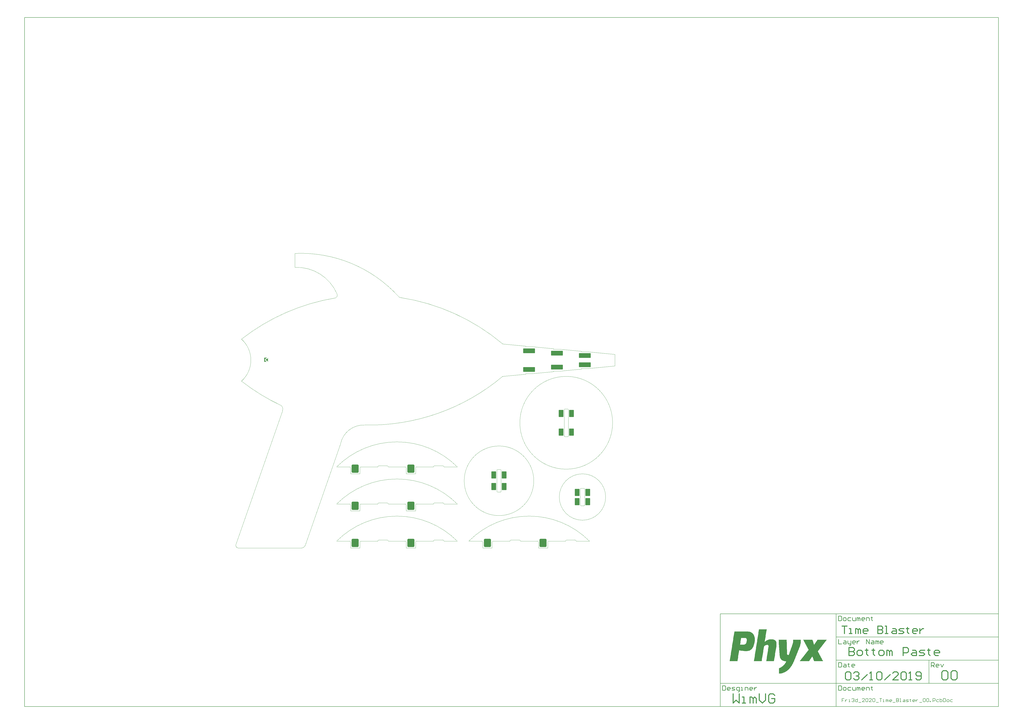
<source format=gbp>
G04*
G04 #@! TF.GenerationSoftware,Altium Limited,Altium Designer,18.1.11 (251)*
G04*
G04 Layer_Color=128*
%FSLAX25Y25*%
%MOIN*%
G70*
G01*
G75*
%ADD10C,0.00984*%
%ADD11C,0.00787*%
%ADD16C,0.01575*%
%ADD17C,0.00197*%
G04:AMPARAMS|DCode=23|XSize=196.85mil|YSize=78.74mil|CornerRadius=3.94mil|HoleSize=0mil|Usage=FLASHONLY|Rotation=0.000|XOffset=0mil|YOffset=0mil|HoleType=Round|Shape=RoundedRectangle|*
%AMROUNDEDRECTD23*
21,1,0.19685,0.07087,0,0,0.0*
21,1,0.18898,0.07874,0,0,0.0*
1,1,0.00787,0.09449,-0.03543*
1,1,0.00787,-0.09449,-0.03543*
1,1,0.00787,-0.09449,0.03543*
1,1,0.00787,0.09449,0.03543*
%
%ADD23ROUNDEDRECTD23*%
G04:AMPARAMS|DCode=25|XSize=137.8mil|YSize=118.11mil|CornerRadius=14.76mil|HoleSize=0mil|Usage=FLASHONLY|Rotation=90.000|XOffset=0mil|YOffset=0mil|HoleType=Round|Shape=RoundedRectangle|*
%AMROUNDEDRECTD25*
21,1,0.13780,0.08858,0,0,90.0*
21,1,0.10827,0.11811,0,0,90.0*
1,1,0.02953,0.04429,0.05413*
1,1,0.02953,0.04429,-0.05413*
1,1,0.02953,-0.04429,-0.05413*
1,1,0.02953,-0.04429,0.05413*
%
%ADD25ROUNDEDRECTD25*%
%ADD107R,0.01575X0.03937*%
%ADD108C,0.01968*%
G04:AMPARAMS|DCode=109|XSize=118.11mil|YSize=78.74mil|CornerRadius=3.94mil|HoleSize=0mil|Usage=FLASHONLY|Rotation=90.000|XOffset=0mil|YOffset=0mil|HoleType=Round|Shape=RoundedRectangle|*
%AMROUNDEDRECTD109*
21,1,0.11811,0.07087,0,0,90.0*
21,1,0.11024,0.07874,0,0,90.0*
1,1,0.00787,0.03543,0.05512*
1,1,0.00787,0.03543,-0.05512*
1,1,0.00787,-0.03543,-0.05512*
1,1,0.00787,-0.03543,0.05512*
%
%ADD109ROUNDEDRECTD109*%
G36*
X56692Y315908D02*
X56241Y315908D01*
X56241Y315914D01*
X56149Y316608D01*
X56146Y316623D01*
X56144Y316638D01*
X56141Y316648D01*
X56139Y316659D01*
X56134Y316673D01*
X56130Y316688D01*
X56126Y316698D01*
X56122Y316708D01*
X56116Y316721D01*
X56109Y316735D01*
X55792Y317359D01*
X55784Y317373D01*
X55777Y317386D01*
X55771Y317395D01*
X55765Y317404D01*
X55756Y317416D01*
X55747Y317428D01*
X55740Y317436D01*
X55734Y317444D01*
X55723Y317455D01*
X55712Y317466D01*
X55205Y317950D01*
X55187Y317965D01*
X55168Y317981D01*
X55167Y317982D01*
X55166Y317983D01*
X55145Y317996D01*
X55125Y318009D01*
X54818Y318180D01*
X54809Y318184D01*
X54800Y318189D01*
X54785Y318195D01*
X54771Y318202D01*
X54761Y318205D01*
X54752Y318209D01*
X54737Y318213D01*
X54722Y318217D01*
X54712Y318219D01*
X54703Y318222D01*
X54687Y318224D01*
X54671Y318227D01*
X54661Y318227D01*
X54651Y318229D01*
X54635Y318229D01*
X54620Y318229D01*
X54610Y318229D01*
X54600Y318229D01*
X54584Y318226D01*
X54568Y318225D01*
X54558Y318223D01*
X54549Y318222D01*
X54264Y318165D01*
X53701Y318305D01*
X53252Y318673D01*
X53004Y319198D01*
X53004Y319778D01*
X53252Y320303D01*
X53701Y320671D01*
X54264Y320812D01*
X54549Y320755D01*
X54550Y320755D01*
X54551Y320754D01*
X54558Y320753D01*
X54566Y320752D01*
X54582Y320750D01*
X54600Y320748D01*
X54601D01*
X54602Y320748D01*
X54610Y320748D01*
X54617Y320747D01*
X54634Y320748D01*
X54651Y320748D01*
X54653Y320748D01*
X54654Y320748D01*
X54661Y320749D01*
X54668Y320749D01*
X54685Y320752D01*
X54703Y320755D01*
X54704Y320755D01*
X54705Y320755D01*
X54712Y320757D01*
X54719Y320758D01*
X54735Y320763D01*
X54752Y320768D01*
X54754Y320768D01*
X54755Y320769D01*
X54762Y320772D01*
X54769Y320774D01*
X54784Y320781D01*
X54800Y320788D01*
X54801Y320788D01*
X54802Y320789D01*
X54809Y320792D01*
X54815Y320795D01*
X55120Y320962D01*
X55140Y320975D01*
X55161Y320988D01*
X55162Y320989D01*
X55163Y320990D01*
X55182Y321006D01*
X55201Y321021D01*
X55704Y321494D01*
X55714Y321505D01*
X55726Y321516D01*
X55732Y321524D01*
X55739Y321532D01*
X55748Y321544D01*
X55758Y321556D01*
X55763Y321565D01*
X55769Y321574D01*
X55777Y321587D01*
X55784Y321601D01*
X56102Y322215D01*
X56108Y322229D01*
X56115Y322242D01*
X56118Y322252D01*
X56123Y322262D01*
X56127Y322276D01*
X56132Y322291D01*
X56134Y322301D01*
X56137Y322311D01*
X56139Y322326D01*
X56142Y322341D01*
X56238Y323026D01*
X56238Y323031D01*
X56692Y323031D01*
Y315908D01*
D02*
G37*
G36*
X54570Y323031D02*
X54515Y322848D01*
X54295Y322526D01*
X53987Y322288D01*
X53827Y322230D01*
X53433Y322144D01*
X53431Y322144D01*
X53429Y322143D01*
X53407Y322137D01*
X53383Y322130D01*
X53382Y322129D01*
X53380Y322129D01*
X53358Y322119D01*
X53336Y322109D01*
X53334Y322108D01*
X53333Y322108D01*
X52576Y321708D01*
X52559Y321697D01*
X52542Y321688D01*
X52537Y321684D01*
X52532Y321681D01*
X52517Y321668D01*
X52501Y321656D01*
X52496Y321652D01*
X52492Y321648D01*
X52478Y321634D01*
X52464Y321620D01*
X51898Y320978D01*
X51885Y320963D01*
X51873Y320947D01*
X51870Y320942D01*
X51866Y320937D01*
X51856Y320920D01*
X51846Y320903D01*
X51843Y320898D01*
X51840Y320893D01*
X51832Y320874D01*
X51824Y320857D01*
X51521Y320056D01*
X51516Y320037D01*
X51509Y320018D01*
X51508Y320012D01*
X51506Y320006D01*
X51503Y319987D01*
X51499Y319968D01*
X51499Y319962D01*
X51498Y319955D01*
X51497Y319936D01*
X51496Y319916D01*
X51496Y319060D01*
X51497Y319041D01*
X51498Y319021D01*
X51499Y319015D01*
X51499Y319009D01*
X51503Y318989D01*
X51506Y318970D01*
X51508Y318964D01*
X51509Y318958D01*
X51516Y318939D01*
X51521Y318920D01*
X51824Y318120D01*
X51832Y318102D01*
X51840Y318084D01*
X51843Y318078D01*
X51846Y318073D01*
X51856Y318056D01*
X51866Y318039D01*
X51870Y318034D01*
X51873Y318029D01*
X51886Y318014D01*
X51898Y317998D01*
X52464Y317356D01*
X52478Y317343D01*
X52492Y317328D01*
X52496Y317324D01*
X52501Y317320D01*
X52517Y317308D01*
X52532Y317296D01*
X52537Y317292D01*
X52542Y317289D01*
X52559Y317279D01*
X52576Y317269D01*
X53333Y316869D01*
X53334Y316868D01*
X53336Y316867D01*
X53358Y316858D01*
X53380Y316848D01*
X53382Y316847D01*
X53383Y316846D01*
X53407Y316840D01*
X53429Y316833D01*
X53431Y316833D01*
X53433Y316832D01*
X53826Y316746D01*
X53987Y316689D01*
X54295Y316451D01*
X54515Y316129D01*
X54570Y315946D01*
X51968Y315946D01*
X50394D01*
Y323031D01*
X51968D01*
X54570Y323031D01*
D02*
G37*
G36*
X1005337Y-155808D02*
X1005050D01*
Y-156094D01*
X1004764D01*
Y-156380D01*
Y-156667D01*
X1004478D01*
Y-156953D01*
X1004192D01*
Y-157239D01*
X1003905D01*
Y-157526D01*
Y-157812D01*
X1003619D01*
Y-158098D01*
X1003333D01*
Y-158385D01*
X1003046D01*
Y-158671D01*
X1002760D01*
Y-158957D01*
Y-159244D01*
X1002474D01*
Y-159530D01*
X1002187D01*
Y-159816D01*
X1001901D01*
Y-160102D01*
Y-160389D01*
X1001615D01*
Y-160675D01*
X1001328D01*
Y-160961D01*
X1001042D01*
Y-161248D01*
X1000756D01*
Y-161534D01*
Y-161820D01*
X1000469D01*
Y-162107D01*
X1000183D01*
Y-162393D01*
X999897D01*
Y-162679D01*
Y-162966D01*
X999611D01*
Y-163252D01*
X999324D01*
Y-163538D01*
X999038D01*
Y-163824D01*
Y-164111D01*
X998752D01*
Y-164397D01*
X998465D01*
Y-164683D01*
X998179D01*
Y-164970D01*
X997893D01*
Y-165256D01*
Y-165542D01*
X997606D01*
Y-165829D01*
X997320D01*
Y-166115D01*
X997034D01*
Y-166401D01*
Y-166688D01*
X996747D01*
Y-166974D01*
X996461D01*
Y-167260D01*
X996175D01*
Y-167547D01*
Y-167833D01*
X995889D01*
Y-168119D01*
X995602D01*
Y-168405D01*
X995316D01*
Y-168692D01*
X995030D01*
Y-168978D01*
Y-169264D01*
X994743D01*
Y-169551D01*
X994457D01*
Y-169837D01*
X994171D01*
Y-170123D01*
Y-170410D01*
X993884D01*
Y-170696D01*
X993598D01*
Y-170982D01*
X993312D01*
Y-171269D01*
Y-171555D01*
X993025D01*
Y-171841D01*
X992739D01*
Y-172127D01*
X992453D01*
Y-172414D01*
X992166D01*
Y-172700D01*
Y-172986D01*
X991880D01*
Y-173273D01*
X991594D01*
Y-173559D01*
X991308D01*
Y-173845D01*
Y-174132D01*
X991021D01*
Y-174418D01*
X990735D01*
Y-174704D01*
X990449D01*
Y-174991D01*
X990162D01*
Y-175277D01*
Y-175563D01*
X990449D01*
Y-175850D01*
Y-176136D01*
X990735D01*
Y-176422D01*
Y-176709D01*
X991021D01*
Y-176995D01*
X991308D01*
Y-177281D01*
Y-177568D01*
X991594D01*
Y-177854D01*
Y-178140D01*
X991880D01*
Y-178426D01*
Y-178713D01*
X992166D01*
Y-178999D01*
Y-179285D01*
X992453D01*
Y-179572D01*
Y-179858D01*
X992739D01*
Y-180144D01*
Y-180431D01*
X993025D01*
Y-180717D01*
Y-181003D01*
X993312D01*
Y-181290D01*
Y-181576D01*
X993598D01*
Y-181862D01*
X993884D01*
Y-182149D01*
Y-182435D01*
X994171D01*
Y-182721D01*
Y-183007D01*
X994457D01*
Y-183294D01*
Y-183580D01*
X994743D01*
Y-183866D01*
Y-184153D01*
X995030D01*
Y-184439D01*
Y-184725D01*
X995316D01*
Y-185012D01*
Y-185298D01*
X995602D01*
Y-185584D01*
Y-185871D01*
X995889D01*
Y-186157D01*
X996175D01*
Y-186443D01*
Y-186730D01*
X996461D01*
Y-187016D01*
Y-187302D01*
X996747D01*
Y-187588D01*
Y-187875D01*
X997034D01*
Y-188161D01*
Y-188447D01*
X997320D01*
Y-188734D01*
Y-189020D01*
X997606D01*
Y-189306D01*
Y-189593D01*
X997893D01*
Y-189879D01*
Y-190165D01*
X998179D01*
Y-190452D01*
X998465D01*
Y-190738D01*
Y-191024D01*
X998752D01*
Y-191311D01*
Y-191597D01*
X999038D01*
Y-191883D01*
X983863D01*
Y-191597D01*
X983577D01*
Y-191311D01*
Y-191024D01*
Y-190738D01*
X983291D01*
Y-190452D01*
Y-190165D01*
Y-189879D01*
X983004D01*
Y-189593D01*
Y-189306D01*
X982718D01*
Y-189020D01*
Y-188734D01*
Y-188447D01*
X982432D01*
Y-188161D01*
Y-187875D01*
Y-187588D01*
X982146D01*
Y-187302D01*
Y-187016D01*
X981859D01*
Y-186730D01*
Y-186443D01*
Y-186157D01*
X981573D01*
Y-185871D01*
Y-185584D01*
Y-185298D01*
X981287D01*
Y-185012D01*
Y-184725D01*
Y-184439D01*
X981000D01*
Y-184153D01*
X980428D01*
Y-184439D01*
Y-184725D01*
X980141D01*
Y-185012D01*
X979855D01*
Y-185298D01*
Y-185584D01*
X979569D01*
Y-185871D01*
X979282D01*
Y-186157D01*
Y-186443D01*
X978996D01*
Y-186730D01*
X978710D01*
Y-187016D01*
Y-187302D01*
X978423D01*
Y-187588D01*
X978137D01*
Y-187875D01*
X977851D01*
Y-188161D01*
Y-188447D01*
X977565D01*
Y-188734D01*
X977278D01*
Y-189020D01*
Y-189306D01*
X976992D01*
Y-189593D01*
X976705D01*
Y-189879D01*
Y-190165D01*
X976419D01*
Y-190452D01*
X976133D01*
Y-190738D01*
Y-191024D01*
X975847D01*
Y-191311D01*
X975560D01*
Y-191597D01*
Y-191883D01*
X959527D01*
Y-191597D01*
X959813D01*
Y-191311D01*
X960099D01*
Y-191024D01*
X960386D01*
Y-190738D01*
X960672D01*
Y-190452D01*
Y-190165D01*
X960958D01*
Y-189879D01*
X961245D01*
Y-189593D01*
X961531D01*
Y-189306D01*
X961817D01*
Y-189020D01*
Y-188734D01*
X962104D01*
Y-188447D01*
X962390D01*
Y-188161D01*
X962676D01*
Y-187875D01*
Y-187588D01*
X962963D01*
Y-187302D01*
X963249D01*
Y-187016D01*
X963535D01*
Y-186730D01*
X963822D01*
Y-186443D01*
Y-186157D01*
X964108D01*
Y-185871D01*
X964394D01*
Y-185584D01*
X964680D01*
Y-185298D01*
X964967D01*
Y-185012D01*
Y-184725D01*
X965253D01*
Y-184439D01*
X965539D01*
Y-184153D01*
X965826D01*
Y-183866D01*
Y-183580D01*
X966112D01*
Y-183294D01*
X966398D01*
Y-183007D01*
X966685D01*
Y-182721D01*
X966971D01*
Y-182435D01*
Y-182149D01*
X967257D01*
Y-181862D01*
X967544D01*
Y-181576D01*
X967830D01*
Y-181290D01*
Y-181003D01*
X968116D01*
Y-180717D01*
X968402D01*
Y-180431D01*
X968689D01*
Y-180144D01*
X968975D01*
Y-179858D01*
Y-179572D01*
X969261D01*
Y-179285D01*
X969548D01*
Y-178999D01*
X969834D01*
Y-178713D01*
Y-178426D01*
X970120D01*
Y-178140D01*
X970407D01*
Y-177854D01*
X970693D01*
Y-177568D01*
X970979D01*
Y-177281D01*
Y-176995D01*
X971266D01*
Y-176709D01*
X971552D01*
Y-176422D01*
X971838D01*
Y-176136D01*
X972124D01*
Y-175850D01*
Y-175563D01*
X972411D01*
Y-175277D01*
X972697D01*
Y-174991D01*
X972983D01*
Y-174704D01*
Y-174418D01*
X973270D01*
Y-174132D01*
X973556D01*
Y-173845D01*
X973842D01*
Y-173559D01*
X974129D01*
Y-173273D01*
Y-172986D01*
X974415D01*
Y-172700D01*
Y-172414D01*
Y-172127D01*
X974129D01*
Y-171841D01*
X973842D01*
Y-171555D01*
Y-171269D01*
X973556D01*
Y-170982D01*
Y-170696D01*
X973270D01*
Y-170410D01*
Y-170123D01*
X972983D01*
Y-169837D01*
Y-169551D01*
X972697D01*
Y-169264D01*
Y-168978D01*
X972411D01*
Y-168692D01*
Y-168405D01*
X972124D01*
Y-168119D01*
X971838D01*
Y-167833D01*
Y-167547D01*
X971552D01*
Y-167260D01*
Y-166974D01*
X971266D01*
Y-166688D01*
Y-166401D01*
X970979D01*
Y-166115D01*
Y-165829D01*
X970693D01*
Y-165542D01*
Y-165256D01*
X970407D01*
Y-164970D01*
Y-164683D01*
X970120D01*
Y-164397D01*
X969834D01*
Y-164111D01*
Y-163824D01*
X969548D01*
Y-163538D01*
Y-163252D01*
X969261D01*
Y-162966D01*
Y-162679D01*
X968975D01*
Y-162393D01*
Y-162107D01*
X968689D01*
Y-161820D01*
Y-161534D01*
X968402D01*
Y-161248D01*
Y-160961D01*
X968116D01*
Y-160675D01*
Y-160389D01*
X967830D01*
Y-160102D01*
X967544D01*
Y-159816D01*
Y-159530D01*
X967257D01*
Y-159244D01*
Y-158957D01*
X966971D01*
Y-158671D01*
Y-158385D01*
X966685D01*
Y-158098D01*
Y-157812D01*
X966398D01*
Y-157526D01*
Y-157239D01*
X966112D01*
Y-156953D01*
Y-156667D01*
X965826D01*
Y-156380D01*
X965539D01*
Y-156094D01*
Y-155808D01*
X965253D01*
Y-155521D01*
X981000D01*
Y-155808D01*
X981287D01*
Y-156094D01*
Y-156380D01*
Y-156667D01*
X981573D01*
Y-156953D01*
Y-157239D01*
Y-157526D01*
X981859D01*
Y-157812D01*
Y-158098D01*
Y-158385D01*
X982146D01*
Y-158671D01*
Y-158957D01*
Y-159244D01*
X982432D01*
Y-159530D01*
Y-159816D01*
Y-160102D01*
X982718D01*
Y-160389D01*
Y-160675D01*
Y-160961D01*
X983004D01*
Y-161248D01*
Y-161534D01*
Y-161820D01*
X983291D01*
Y-162107D01*
Y-162393D01*
Y-162679D01*
X983577D01*
Y-162966D01*
Y-163252D01*
Y-163538D01*
Y-163824D01*
X984150D01*
Y-163538D01*
X984436D01*
Y-163252D01*
X984722D01*
Y-162966D01*
Y-162679D01*
X985009D01*
Y-162393D01*
X985295D01*
Y-162107D01*
Y-161820D01*
X985581D01*
Y-161534D01*
X985868D01*
Y-161248D01*
Y-160961D01*
X986154D01*
Y-160675D01*
X986440D01*
Y-160389D01*
Y-160102D01*
X986726D01*
Y-159816D01*
X987013D01*
Y-159530D01*
Y-159244D01*
X987299D01*
Y-158957D01*
X987585D01*
Y-158671D01*
Y-158385D01*
X987872D01*
Y-158098D01*
X988158D01*
Y-157812D01*
Y-157526D01*
X988444D01*
Y-157239D01*
X988731D01*
Y-156953D01*
Y-156667D01*
X989017D01*
Y-156380D01*
X989303D01*
Y-156094D01*
Y-155808D01*
X989590D01*
Y-155521D01*
X1005337D01*
Y-155808D01*
D02*
G37*
G36*
X872201Y-141778D02*
X873919D01*
Y-142065D01*
X874778D01*
Y-142351D01*
X875637D01*
Y-142637D01*
X876496D01*
Y-142924D01*
X877069D01*
Y-143210D01*
X877355D01*
Y-143496D01*
X877928D01*
Y-143783D01*
X878214D01*
Y-144069D01*
X878786D01*
Y-144355D01*
X879073D01*
Y-144641D01*
X879359D01*
Y-144928D01*
X879646D01*
Y-145214D01*
X879932D01*
Y-145501D01*
X880218D01*
Y-145787D01*
X880504D01*
Y-146073D01*
Y-146359D01*
X880791D01*
Y-146646D01*
X881077D01*
Y-146932D01*
Y-147218D01*
X881363D01*
Y-147505D01*
X881650D01*
Y-147791D01*
Y-148077D01*
X881936D01*
Y-148364D01*
Y-148650D01*
Y-148936D01*
X882222D01*
Y-149223D01*
Y-149509D01*
Y-149795D01*
X882509D01*
Y-150082D01*
Y-150368D01*
Y-150654D01*
Y-150940D01*
X882795D01*
Y-151227D01*
Y-151513D01*
Y-151799D01*
Y-152086D01*
Y-152372D01*
X883081D01*
Y-152658D01*
Y-152945D01*
Y-153231D01*
Y-153517D01*
Y-153804D01*
Y-154090D01*
Y-154376D01*
Y-154663D01*
Y-154949D01*
Y-155235D01*
Y-155521D01*
Y-155808D01*
Y-156094D01*
Y-156380D01*
Y-156667D01*
Y-156953D01*
Y-157239D01*
Y-157526D01*
Y-157812D01*
Y-158098D01*
X882795D01*
Y-158385D01*
Y-158671D01*
Y-158957D01*
Y-159244D01*
Y-159530D01*
Y-159816D01*
Y-160102D01*
X882509D01*
Y-160389D01*
Y-160675D01*
Y-160961D01*
Y-161248D01*
Y-161534D01*
X882222D01*
Y-161820D01*
Y-162107D01*
Y-162393D01*
Y-162679D01*
Y-162966D01*
X881936D01*
Y-163252D01*
Y-163538D01*
Y-163824D01*
X881650D01*
Y-164111D01*
Y-164397D01*
Y-164683D01*
Y-164970D01*
X881363D01*
Y-165256D01*
Y-165542D01*
Y-165829D01*
X881077D01*
Y-166115D01*
Y-166401D01*
X880791D01*
Y-166688D01*
Y-166974D01*
Y-167260D01*
X880504D01*
Y-167547D01*
Y-167833D01*
X880218D01*
Y-168119D01*
Y-168405D01*
X879932D01*
Y-168692D01*
Y-168978D01*
X879646D01*
Y-169264D01*
X879359D01*
Y-169551D01*
Y-169837D01*
X879073D01*
Y-170123D01*
X878786D01*
Y-170410D01*
X878500D01*
Y-170696D01*
Y-170982D01*
X878214D01*
Y-171269D01*
X877928D01*
Y-171555D01*
X877641D01*
Y-171841D01*
X877355D01*
Y-172127D01*
X877069D01*
Y-172414D01*
X876496D01*
Y-172700D01*
X876210D01*
Y-172986D01*
X875637D01*
Y-173273D01*
X875351D01*
Y-173559D01*
X874778D01*
Y-173845D01*
X873919D01*
Y-174132D01*
X873060D01*
Y-174418D01*
X872201D01*
Y-174704D01*
X870483D01*
Y-174991D01*
X865330D01*
Y-174704D01*
X862753D01*
Y-174418D01*
X860749D01*
Y-174132D01*
X859317D01*
Y-173845D01*
X857886D01*
Y-173559D01*
X856454D01*
Y-173845D01*
Y-174132D01*
Y-174418D01*
Y-174704D01*
Y-174991D01*
Y-175277D01*
Y-175563D01*
X856168D01*
Y-175850D01*
Y-176136D01*
Y-176422D01*
Y-176709D01*
Y-176995D01*
Y-177281D01*
X855882D01*
Y-177568D01*
Y-177854D01*
Y-178140D01*
Y-178426D01*
Y-178713D01*
Y-178999D01*
X855595D01*
Y-179285D01*
Y-179572D01*
Y-179858D01*
Y-180144D01*
Y-180431D01*
Y-180717D01*
Y-181003D01*
X855309D01*
Y-181290D01*
Y-181576D01*
Y-181862D01*
Y-182149D01*
Y-182435D01*
Y-182721D01*
X855023D01*
Y-183007D01*
Y-183294D01*
Y-183580D01*
Y-183866D01*
Y-184153D01*
Y-184439D01*
X854736D01*
Y-184725D01*
Y-185012D01*
Y-185298D01*
Y-185584D01*
Y-185871D01*
Y-186157D01*
Y-186443D01*
X854450D01*
Y-186730D01*
Y-187016D01*
Y-187302D01*
Y-187588D01*
Y-187875D01*
Y-188161D01*
X854164D01*
Y-188447D01*
Y-188734D01*
Y-189020D01*
Y-189306D01*
Y-189593D01*
Y-189879D01*
X853877D01*
Y-190165D01*
Y-190452D01*
Y-190738D01*
Y-191024D01*
Y-191311D01*
Y-191597D01*
Y-191883D01*
X840421D01*
Y-191597D01*
X840707D01*
Y-191311D01*
Y-191024D01*
Y-190738D01*
Y-190452D01*
Y-190165D01*
X840993D01*
Y-189879D01*
Y-189593D01*
Y-189306D01*
Y-189020D01*
Y-188734D01*
Y-188447D01*
Y-188161D01*
X841280D01*
Y-187875D01*
Y-187588D01*
Y-187302D01*
Y-187016D01*
Y-186730D01*
Y-186443D01*
X841566D01*
Y-186157D01*
Y-185871D01*
Y-185584D01*
Y-185298D01*
Y-185012D01*
Y-184725D01*
X841852D01*
Y-184439D01*
Y-184153D01*
Y-183866D01*
Y-183580D01*
Y-183294D01*
Y-183007D01*
Y-182721D01*
X842138D01*
Y-182435D01*
Y-182149D01*
Y-181862D01*
Y-181576D01*
Y-181290D01*
Y-181003D01*
X842425D01*
Y-180717D01*
Y-180431D01*
Y-180144D01*
Y-179858D01*
Y-179572D01*
Y-179285D01*
X842711D01*
Y-178999D01*
Y-178713D01*
Y-178426D01*
Y-178140D01*
Y-177854D01*
Y-177568D01*
X842997D01*
Y-177281D01*
Y-176995D01*
Y-176709D01*
Y-176422D01*
Y-176136D01*
Y-175850D01*
Y-175563D01*
X843284D01*
Y-175277D01*
Y-174991D01*
Y-174704D01*
Y-174418D01*
Y-174132D01*
Y-173845D01*
X843570D01*
Y-173559D01*
Y-173273D01*
Y-172986D01*
Y-172700D01*
Y-172414D01*
Y-172127D01*
X843856D01*
Y-171841D01*
Y-171555D01*
Y-171269D01*
Y-170982D01*
Y-170696D01*
Y-170410D01*
X844143D01*
Y-170123D01*
Y-169837D01*
Y-169551D01*
Y-169264D01*
Y-168978D01*
Y-168692D01*
Y-168405D01*
X844429D01*
Y-168119D01*
Y-167833D01*
Y-167547D01*
Y-167260D01*
Y-166974D01*
Y-166688D01*
X844715D01*
Y-166401D01*
Y-166115D01*
Y-165829D01*
Y-165542D01*
Y-165256D01*
Y-164970D01*
X845002D01*
Y-164683D01*
Y-164397D01*
Y-164111D01*
Y-163824D01*
Y-163538D01*
Y-163252D01*
Y-162966D01*
X845288D01*
Y-162679D01*
Y-162393D01*
Y-162107D01*
Y-161820D01*
Y-161534D01*
Y-161248D01*
X845574D01*
Y-160961D01*
Y-160675D01*
Y-160389D01*
Y-160102D01*
Y-159816D01*
Y-159530D01*
X845861D01*
Y-159244D01*
Y-158957D01*
Y-158671D01*
Y-158385D01*
Y-158098D01*
Y-157812D01*
X846147D01*
Y-157526D01*
Y-157239D01*
Y-156953D01*
Y-156667D01*
Y-156380D01*
Y-156094D01*
Y-155808D01*
X846433D01*
Y-155521D01*
Y-155235D01*
Y-154949D01*
Y-154663D01*
Y-154376D01*
Y-154090D01*
X846719D01*
Y-153804D01*
Y-153517D01*
Y-153231D01*
Y-152945D01*
Y-152658D01*
Y-152372D01*
X847006D01*
Y-152086D01*
Y-151799D01*
Y-151513D01*
Y-151227D01*
Y-150940D01*
Y-150654D01*
Y-150368D01*
X847292D01*
Y-150082D01*
Y-149795D01*
Y-149509D01*
Y-149223D01*
Y-148936D01*
Y-148650D01*
X847578D01*
Y-148364D01*
Y-148077D01*
Y-147791D01*
Y-147505D01*
Y-147218D01*
Y-146932D01*
X847865D01*
Y-146646D01*
Y-146359D01*
Y-146073D01*
Y-145787D01*
Y-145501D01*
Y-145214D01*
Y-144928D01*
X848151D01*
Y-144641D01*
Y-144355D01*
Y-144069D01*
Y-143783D01*
Y-143496D01*
Y-143210D01*
X848437D01*
Y-142924D01*
Y-142637D01*
Y-142351D01*
Y-142065D01*
Y-141778D01*
Y-141492D01*
X872201D01*
Y-141778D01*
D02*
G37*
G36*
X961245Y-155808D02*
Y-156094D01*
Y-156380D01*
Y-156667D01*
Y-156953D01*
Y-157239D01*
Y-157526D01*
Y-157812D01*
Y-158098D01*
Y-158385D01*
Y-158671D01*
Y-158957D01*
Y-159244D01*
Y-159530D01*
Y-159816D01*
Y-160102D01*
Y-160389D01*
Y-160675D01*
Y-160961D01*
Y-161248D01*
Y-161534D01*
X960958D01*
Y-161820D01*
Y-162107D01*
Y-162393D01*
Y-162679D01*
Y-162966D01*
X960672D01*
Y-163252D01*
Y-163538D01*
Y-163824D01*
Y-164111D01*
X960386D01*
Y-164397D01*
Y-164683D01*
Y-164970D01*
Y-165256D01*
X960099D01*
Y-165542D01*
Y-165829D01*
Y-166115D01*
X959813D01*
Y-166401D01*
Y-166688D01*
Y-166974D01*
X959527D01*
Y-167260D01*
Y-167547D01*
Y-167833D01*
X959241D01*
Y-168119D01*
Y-168405D01*
Y-168692D01*
X958954D01*
Y-168978D01*
Y-169264D01*
X958668D01*
Y-169551D01*
Y-169837D01*
X958381D01*
Y-170123D01*
Y-170410D01*
Y-170696D01*
X958095D01*
Y-170982D01*
Y-171269D01*
X957809D01*
Y-171555D01*
Y-171841D01*
Y-172127D01*
X957523D01*
Y-172414D01*
Y-172700D01*
X957236D01*
Y-172986D01*
Y-173273D01*
Y-173559D01*
X956950D01*
Y-173845D01*
Y-174132D01*
X956664D01*
Y-174418D01*
Y-174704D01*
Y-174991D01*
X956377D01*
Y-175277D01*
Y-175563D01*
X956091D01*
Y-175850D01*
Y-176136D01*
Y-176422D01*
X955805D01*
Y-176709D01*
Y-176995D01*
X955518D01*
Y-177281D01*
Y-177568D01*
Y-177854D01*
X955232D01*
Y-178140D01*
Y-178426D01*
X954946D01*
Y-178713D01*
Y-178999D01*
Y-179285D01*
X954659D01*
Y-179572D01*
Y-179858D01*
X954373D01*
Y-180144D01*
Y-180431D01*
Y-180717D01*
X954087D01*
Y-181003D01*
Y-181290D01*
X953800D01*
Y-181576D01*
Y-181862D01*
Y-182149D01*
X953514D01*
Y-182435D01*
Y-182721D01*
X953228D01*
Y-183007D01*
Y-183294D01*
Y-183580D01*
X952942D01*
Y-183866D01*
Y-184153D01*
X952655D01*
Y-184439D01*
Y-184725D01*
Y-185012D01*
X952369D01*
Y-185298D01*
Y-185584D01*
X952083D01*
Y-185871D01*
Y-186157D01*
Y-186443D01*
X951796D01*
Y-186730D01*
Y-187016D01*
X951510D01*
Y-187302D01*
Y-187588D01*
Y-187875D01*
X951224D01*
Y-188161D01*
Y-188447D01*
X950937D01*
Y-188734D01*
Y-189020D01*
Y-189306D01*
X950651D01*
Y-189593D01*
Y-189879D01*
X950365D01*
Y-190165D01*
Y-190452D01*
Y-190738D01*
X950078D01*
Y-191024D01*
Y-191311D01*
X949792D01*
Y-191597D01*
Y-191883D01*
Y-192169D01*
X949506D01*
Y-192456D01*
Y-192742D01*
X949220D01*
Y-193028D01*
Y-193315D01*
X948933D01*
Y-193601D01*
Y-193887D01*
X948647D01*
Y-194174D01*
Y-194460D01*
Y-194746D01*
X948361D01*
Y-195033D01*
X948074D01*
Y-195319D01*
Y-195605D01*
Y-195891D01*
X947788D01*
Y-196178D01*
X947502D01*
Y-196464D01*
Y-196750D01*
X947215D01*
Y-197037D01*
Y-197323D01*
X946929D01*
Y-197609D01*
Y-197896D01*
X946643D01*
Y-198182D01*
Y-198468D01*
X946356D01*
Y-198755D01*
X946070D01*
Y-199041D01*
Y-199327D01*
X945784D01*
Y-199614D01*
Y-199900D01*
X945497D01*
Y-200186D01*
X945211D01*
Y-200472D01*
X944925D01*
Y-200759D01*
Y-201045D01*
X944639D01*
Y-201331D01*
X944352D01*
Y-201618D01*
Y-201904D01*
X944066D01*
Y-202190D01*
X943780D01*
Y-202477D01*
X943493D01*
Y-202763D01*
Y-203049D01*
X943207D01*
Y-203336D01*
X942921D01*
Y-203622D01*
X942634D01*
Y-203908D01*
X942348D01*
Y-204195D01*
X942062D01*
Y-204481D01*
Y-204767D01*
X941775D01*
Y-205053D01*
X941489D01*
Y-205340D01*
X941203D01*
Y-205626D01*
X940916D01*
Y-205912D01*
X940630D01*
Y-206199D01*
X940344D01*
Y-206485D01*
X940057D01*
Y-206771D01*
X939485D01*
Y-207058D01*
X939199D01*
Y-207344D01*
X938912D01*
Y-207630D01*
X938626D01*
Y-207917D01*
X938340D01*
Y-208203D01*
X937767D01*
Y-208489D01*
X937481D01*
Y-208776D01*
X936908D01*
Y-209062D01*
X936622D01*
Y-209348D01*
X936049D01*
Y-209634D01*
X935763D01*
Y-209921D01*
X935190D01*
Y-210207D01*
X934618D01*
Y-210493D01*
X934045D01*
Y-210780D01*
X933472D01*
Y-211066D01*
X932900D01*
Y-211352D01*
X932041D01*
Y-211639D01*
X931468D01*
Y-211925D01*
X930609D01*
Y-212211D01*
X929464D01*
Y-212498D01*
X928319D01*
Y-212784D01*
X926601D01*
Y-213070D01*
X924597D01*
Y-213357D01*
X924310D01*
Y-213070D01*
Y-212784D01*
Y-212498D01*
Y-212211D01*
Y-211925D01*
Y-211639D01*
Y-211352D01*
Y-211066D01*
Y-210780D01*
Y-210493D01*
Y-210207D01*
Y-209921D01*
Y-209634D01*
Y-209348D01*
Y-209062D01*
Y-208776D01*
Y-208489D01*
Y-208203D01*
Y-207917D01*
Y-207630D01*
Y-207344D01*
Y-207058D01*
Y-206771D01*
Y-206485D01*
Y-206199D01*
Y-205912D01*
Y-205626D01*
Y-205340D01*
Y-205053D01*
Y-204767D01*
Y-204481D01*
Y-204195D01*
Y-203908D01*
X924883D01*
Y-203622D01*
X925455D01*
Y-203336D01*
X926028D01*
Y-203049D01*
X926601D01*
Y-202763D01*
X927173D01*
Y-202477D01*
X927746D01*
Y-202190D01*
X928032D01*
Y-201904D01*
X928605D01*
Y-201618D01*
X928891D01*
Y-201331D01*
X929464D01*
Y-201045D01*
X929750D01*
Y-200759D01*
X930037D01*
Y-200472D01*
X930609D01*
Y-200186D01*
X930896D01*
Y-199900D01*
X931182D01*
Y-199614D01*
X931468D01*
Y-199327D01*
X931754D01*
Y-199041D01*
X932041D01*
Y-198755D01*
X932327D01*
Y-198468D01*
X932613D01*
Y-198182D01*
X932900D01*
Y-197896D01*
X933186D01*
Y-197609D01*
X933472D01*
Y-197323D01*
X933759D01*
Y-197037D01*
Y-196750D01*
X934045D01*
Y-196464D01*
X934331D01*
Y-196178D01*
X934618D01*
Y-195891D01*
Y-195605D01*
X934904D01*
Y-195319D01*
X935190D01*
Y-195033D01*
Y-194746D01*
X935476D01*
Y-194460D01*
Y-194174D01*
X935763D01*
Y-193887D01*
X936049D01*
Y-193601D01*
Y-193315D01*
X936335D01*
Y-193028D01*
Y-192742D01*
X936622D01*
Y-192456D01*
Y-192169D01*
X934904D01*
Y-191883D01*
X932900D01*
Y-191597D01*
X931754D01*
Y-191311D01*
X931182D01*
Y-191024D01*
X930323D01*
Y-190738D01*
X929750D01*
Y-190452D01*
X929464D01*
Y-190165D01*
X928891D01*
Y-189879D01*
X928605D01*
Y-189593D01*
X928319D01*
Y-189306D01*
X928032D01*
Y-189020D01*
X927746D01*
Y-188734D01*
X927460D01*
Y-188447D01*
Y-188161D01*
X927173D01*
Y-187875D01*
X926887D01*
Y-187588D01*
Y-187302D01*
X926601D01*
Y-187016D01*
Y-186730D01*
X926315D01*
Y-186443D01*
Y-186157D01*
X926028D01*
Y-185871D01*
Y-185584D01*
Y-185298D01*
X925742D01*
Y-185012D01*
Y-184725D01*
Y-184439D01*
Y-184153D01*
X925455D01*
Y-183866D01*
Y-183580D01*
Y-183294D01*
Y-183007D01*
Y-182721D01*
Y-182435D01*
Y-182149D01*
X925169D01*
Y-181862D01*
Y-181576D01*
Y-181290D01*
Y-181003D01*
Y-180717D01*
Y-180431D01*
Y-180144D01*
Y-179858D01*
Y-179572D01*
Y-179285D01*
Y-178999D01*
Y-178713D01*
Y-178426D01*
Y-178140D01*
Y-177854D01*
X924883D01*
Y-177568D01*
Y-177281D01*
Y-176995D01*
Y-176709D01*
Y-176422D01*
Y-176136D01*
Y-175850D01*
Y-175563D01*
Y-175277D01*
Y-174991D01*
Y-174704D01*
Y-174418D01*
Y-174132D01*
Y-173845D01*
Y-173559D01*
X924597D01*
Y-173273D01*
Y-172986D01*
Y-172700D01*
Y-172414D01*
Y-172127D01*
Y-171841D01*
Y-171555D01*
Y-171269D01*
Y-170982D01*
Y-170696D01*
Y-170410D01*
Y-170123D01*
Y-169837D01*
Y-169551D01*
Y-169264D01*
Y-168978D01*
X924310D01*
Y-168692D01*
Y-168405D01*
Y-168119D01*
Y-167833D01*
Y-167547D01*
Y-167260D01*
Y-166974D01*
Y-166688D01*
Y-166401D01*
Y-166115D01*
Y-165829D01*
Y-165542D01*
Y-165256D01*
Y-164970D01*
Y-164683D01*
Y-164397D01*
X924024D01*
Y-164111D01*
Y-163824D01*
Y-163538D01*
Y-163252D01*
Y-162966D01*
Y-162679D01*
Y-162393D01*
Y-162107D01*
Y-161820D01*
Y-161534D01*
Y-161248D01*
Y-160961D01*
Y-160675D01*
Y-160389D01*
X923738D01*
Y-160102D01*
Y-159816D01*
Y-159530D01*
Y-159244D01*
Y-158957D01*
Y-158671D01*
Y-158385D01*
Y-158098D01*
Y-157812D01*
Y-157526D01*
Y-157239D01*
Y-156953D01*
Y-156667D01*
Y-156380D01*
Y-156094D01*
Y-155808D01*
X923451D01*
Y-155521D01*
X937194D01*
Y-155808D01*
Y-156094D01*
Y-156380D01*
Y-156667D01*
Y-156953D01*
Y-157239D01*
Y-157526D01*
Y-157812D01*
Y-158098D01*
Y-158385D01*
Y-158671D01*
Y-158957D01*
Y-159244D01*
Y-159530D01*
X937481D01*
Y-159816D01*
Y-160102D01*
Y-160389D01*
Y-160675D01*
Y-160961D01*
Y-161248D01*
Y-161534D01*
Y-161820D01*
Y-162107D01*
Y-162393D01*
Y-162679D01*
Y-162966D01*
Y-163252D01*
Y-163538D01*
Y-163824D01*
Y-164111D01*
Y-164397D01*
Y-164683D01*
Y-164970D01*
Y-165256D01*
Y-165542D01*
Y-165829D01*
Y-166115D01*
Y-166401D01*
Y-166688D01*
Y-166974D01*
Y-167260D01*
Y-167547D01*
Y-167833D01*
Y-168119D01*
Y-168405D01*
Y-168692D01*
Y-168978D01*
Y-169264D01*
Y-169551D01*
Y-169837D01*
Y-170123D01*
Y-170410D01*
Y-170696D01*
Y-170982D01*
Y-171269D01*
X937767D01*
Y-171555D01*
X937481D01*
Y-171841D01*
Y-172127D01*
X937767D01*
Y-172414D01*
Y-172700D01*
Y-172986D01*
Y-173273D01*
Y-173559D01*
Y-173845D01*
Y-174132D01*
Y-174418D01*
Y-174704D01*
Y-174991D01*
Y-175277D01*
Y-175563D01*
Y-175850D01*
Y-176136D01*
Y-176422D01*
Y-176709D01*
Y-176995D01*
Y-177281D01*
Y-177568D01*
Y-177854D01*
Y-178140D01*
Y-178426D01*
Y-178713D01*
Y-178999D01*
Y-179285D01*
Y-179572D01*
X938053D01*
Y-179858D01*
Y-180144D01*
Y-180431D01*
X938340D01*
Y-180717D01*
X938626D01*
Y-181003D01*
X938912D01*
Y-181290D01*
X939771D01*
Y-181576D01*
X940630D01*
Y-181290D01*
X940916D01*
Y-181003D01*
Y-180717D01*
Y-180431D01*
X941203D01*
Y-180144D01*
Y-179858D01*
X941489D01*
Y-179572D01*
Y-179285D01*
Y-178999D01*
X941775D01*
Y-178713D01*
Y-178426D01*
Y-178140D01*
X942062D01*
Y-177854D01*
Y-177568D01*
Y-177281D01*
X942348D01*
Y-176995D01*
Y-176709D01*
Y-176422D01*
X942634D01*
Y-176136D01*
Y-175850D01*
X942921D01*
Y-175563D01*
Y-175277D01*
Y-174991D01*
X943207D01*
Y-174704D01*
Y-174418D01*
Y-174132D01*
X943493D01*
Y-173845D01*
Y-173559D01*
Y-173273D01*
X943780D01*
Y-172986D01*
Y-172700D01*
X944066D01*
Y-172414D01*
Y-172127D01*
Y-171841D01*
X944352D01*
Y-171555D01*
Y-171269D01*
Y-170982D01*
X944639D01*
Y-170696D01*
Y-170410D01*
Y-170123D01*
X944925D01*
Y-169837D01*
Y-169551D01*
X945211D01*
Y-169264D01*
Y-168978D01*
Y-168692D01*
X945497D01*
Y-168405D01*
Y-168119D01*
Y-167833D01*
X945784D01*
Y-167547D01*
Y-167260D01*
Y-166974D01*
X946070D01*
Y-166688D01*
Y-166401D01*
X946356D01*
Y-166115D01*
Y-165829D01*
Y-165542D01*
X946643D01*
Y-165256D01*
Y-164970D01*
Y-164683D01*
X946929D01*
Y-164397D01*
Y-164111D01*
Y-163824D01*
X947215D01*
Y-163538D01*
Y-163252D01*
Y-162966D01*
Y-162679D01*
X947502D01*
Y-162393D01*
Y-162107D01*
Y-161820D01*
Y-161534D01*
X947788D01*
Y-161248D01*
Y-160961D01*
Y-160675D01*
Y-160389D01*
Y-160102D01*
X948074D01*
Y-159816D01*
Y-159530D01*
Y-159244D01*
Y-158957D01*
Y-158671D01*
Y-158385D01*
X948361D01*
Y-158098D01*
Y-157812D01*
Y-157526D01*
Y-157239D01*
Y-156953D01*
Y-156667D01*
Y-156380D01*
Y-156094D01*
Y-155808D01*
Y-155521D01*
X961245D01*
Y-155808D01*
D02*
G37*
G36*
X903409Y-138343D02*
Y-138629D01*
X903123D01*
Y-138915D01*
Y-139202D01*
Y-139488D01*
Y-139774D01*
Y-140060D01*
Y-140347D01*
X902837D01*
Y-140633D01*
Y-140919D01*
Y-141206D01*
Y-141492D01*
Y-141778D01*
Y-142065D01*
X902551D01*
Y-142351D01*
Y-142637D01*
Y-142924D01*
Y-143210D01*
Y-143496D01*
Y-143783D01*
Y-144069D01*
X902264D01*
Y-144355D01*
Y-144641D01*
Y-144928D01*
Y-145214D01*
Y-145501D01*
Y-145787D01*
X901978D01*
Y-146073D01*
Y-146359D01*
Y-146646D01*
Y-146932D01*
Y-147218D01*
Y-147505D01*
X901692D01*
Y-147791D01*
Y-148077D01*
Y-148364D01*
Y-148650D01*
Y-148936D01*
Y-149223D01*
Y-149509D01*
X901405D01*
Y-149795D01*
Y-150082D01*
Y-150368D01*
Y-150654D01*
Y-150940D01*
Y-151227D01*
X901119D01*
Y-151513D01*
Y-151799D01*
Y-152086D01*
Y-152372D01*
Y-152658D01*
Y-152945D01*
X900833D01*
Y-153231D01*
Y-153517D01*
Y-153804D01*
Y-154090D01*
Y-154376D01*
Y-154663D01*
X900546D01*
Y-154949D01*
Y-155235D01*
Y-155521D01*
Y-155808D01*
Y-156094D01*
Y-156380D01*
Y-156667D01*
X900260D01*
Y-156953D01*
Y-157239D01*
Y-157526D01*
Y-157812D01*
Y-158098D01*
Y-158385D01*
X899974D01*
Y-158671D01*
Y-158957D01*
X900546D01*
Y-158671D01*
X900833D01*
Y-158385D01*
X901119D01*
Y-158098D01*
X901692D01*
Y-157812D01*
X901978D01*
Y-157526D01*
X902264D01*
Y-157239D01*
X902837D01*
Y-156953D01*
X903409D01*
Y-156667D01*
X903696D01*
Y-156380D01*
X904268D01*
Y-156094D01*
X905127D01*
Y-155808D01*
X905700D01*
Y-155521D01*
X906559D01*
Y-155235D01*
X907990D01*
Y-154949D01*
X914289D01*
Y-155235D01*
X915435D01*
Y-155521D01*
X916294D01*
Y-155808D01*
X916866D01*
Y-156094D01*
X917153D01*
Y-156380D01*
X917725D01*
Y-156667D01*
X918011D01*
Y-156953D01*
X918298D01*
Y-157239D01*
X918584D01*
Y-157526D01*
X918870D01*
Y-157812D01*
Y-158098D01*
X919157D01*
Y-158385D01*
Y-158671D01*
X919443D01*
Y-158957D01*
Y-159244D01*
Y-159530D01*
X919729D01*
Y-159816D01*
Y-160102D01*
Y-160389D01*
Y-160675D01*
X920016D01*
Y-160961D01*
Y-161248D01*
Y-161534D01*
Y-161820D01*
Y-162107D01*
Y-162393D01*
Y-162679D01*
Y-162966D01*
Y-163252D01*
Y-163538D01*
Y-163824D01*
Y-164111D01*
Y-164397D01*
Y-164683D01*
Y-164970D01*
Y-165256D01*
Y-165542D01*
Y-165829D01*
X919729D01*
Y-166115D01*
Y-166401D01*
Y-166688D01*
Y-166974D01*
Y-167260D01*
Y-167547D01*
Y-167833D01*
X919443D01*
Y-168119D01*
Y-168405D01*
Y-168692D01*
Y-168978D01*
Y-169264D01*
Y-169551D01*
Y-169837D01*
X919157D01*
Y-170123D01*
Y-170410D01*
Y-170696D01*
Y-170982D01*
Y-171269D01*
Y-171555D01*
X918870D01*
Y-171841D01*
Y-172127D01*
Y-172414D01*
Y-172700D01*
Y-172986D01*
Y-173273D01*
X918584D01*
Y-173559D01*
Y-173845D01*
Y-174132D01*
Y-174418D01*
Y-174704D01*
Y-174991D01*
X918298D01*
Y-175277D01*
Y-175563D01*
Y-175850D01*
Y-176136D01*
Y-176422D01*
Y-176709D01*
Y-176995D01*
X918011D01*
Y-177281D01*
Y-177568D01*
Y-177854D01*
Y-178140D01*
Y-178426D01*
Y-178713D01*
X917725D01*
Y-178999D01*
Y-179285D01*
Y-179572D01*
Y-179858D01*
Y-180144D01*
Y-180431D01*
X917439D01*
Y-180717D01*
Y-181003D01*
Y-181290D01*
Y-181576D01*
Y-181862D01*
Y-182149D01*
Y-182435D01*
X917153D01*
Y-182721D01*
Y-183007D01*
Y-183294D01*
Y-183580D01*
Y-183866D01*
Y-184153D01*
X916866D01*
Y-184439D01*
Y-184725D01*
Y-185012D01*
Y-185298D01*
Y-185584D01*
Y-185871D01*
X916580D01*
Y-186157D01*
Y-186443D01*
Y-186730D01*
Y-187016D01*
Y-187302D01*
Y-187588D01*
X916294D01*
Y-187875D01*
Y-188161D01*
Y-188447D01*
Y-188734D01*
Y-189020D01*
Y-189306D01*
Y-189593D01*
X916007D01*
Y-189879D01*
Y-190165D01*
Y-190452D01*
Y-190738D01*
Y-191024D01*
Y-191311D01*
X915721D01*
Y-191597D01*
Y-191883D01*
X902551D01*
Y-191597D01*
Y-191311D01*
X902837D01*
Y-191024D01*
Y-190738D01*
Y-190452D01*
Y-190165D01*
Y-189879D01*
Y-189593D01*
X903123D01*
Y-189306D01*
Y-189020D01*
Y-188734D01*
Y-188447D01*
Y-188161D01*
Y-187875D01*
Y-187588D01*
X903409D01*
Y-187302D01*
Y-187016D01*
Y-186730D01*
Y-186443D01*
Y-186157D01*
Y-185871D01*
X903696D01*
Y-185584D01*
Y-185298D01*
Y-185012D01*
Y-184725D01*
Y-184439D01*
Y-184153D01*
X903982D01*
Y-183866D01*
Y-183580D01*
Y-183294D01*
Y-183007D01*
Y-182721D01*
Y-182435D01*
Y-182149D01*
X904268D01*
Y-181862D01*
Y-181576D01*
Y-181290D01*
Y-181003D01*
Y-180717D01*
Y-180431D01*
X904555D01*
Y-180144D01*
Y-179858D01*
Y-179572D01*
Y-179285D01*
Y-178999D01*
Y-178713D01*
Y-178426D01*
X904841D01*
Y-178140D01*
Y-177854D01*
Y-177568D01*
Y-177281D01*
Y-176995D01*
Y-176709D01*
X905127D01*
Y-176422D01*
Y-176136D01*
Y-175850D01*
Y-175563D01*
Y-175277D01*
Y-174991D01*
X905414D01*
Y-174704D01*
Y-174418D01*
Y-174132D01*
Y-173845D01*
Y-173559D01*
Y-173273D01*
X905700D01*
Y-172986D01*
Y-172700D01*
Y-172414D01*
Y-172127D01*
Y-171841D01*
Y-171555D01*
Y-171269D01*
X905986D01*
Y-170982D01*
Y-170696D01*
Y-170410D01*
Y-170123D01*
Y-169837D01*
Y-169551D01*
X906273D01*
Y-169264D01*
Y-168978D01*
Y-168692D01*
Y-168405D01*
Y-168119D01*
Y-167833D01*
Y-167547D01*
X906559D01*
Y-167260D01*
Y-166974D01*
Y-166688D01*
Y-166401D01*
Y-166115D01*
Y-165829D01*
X906273D01*
Y-165542D01*
Y-165256D01*
X905986D01*
Y-164970D01*
X905700D01*
Y-164683D01*
X905127D01*
Y-164397D01*
X903409D01*
Y-164683D01*
X901978D01*
Y-164970D01*
X901119D01*
Y-165256D01*
X900546D01*
Y-165542D01*
X900260D01*
Y-165829D01*
X899687D01*
Y-166115D01*
X899401D01*
Y-166401D01*
X899115D01*
Y-166688D01*
Y-166974D01*
X898828D01*
Y-167260D01*
Y-167547D01*
Y-167833D01*
X898542D01*
Y-168119D01*
Y-168405D01*
Y-168692D01*
Y-168978D01*
Y-169264D01*
Y-169551D01*
X898256D01*
Y-169837D01*
Y-170123D01*
Y-170410D01*
Y-170696D01*
Y-170982D01*
Y-171269D01*
Y-171555D01*
X897970D01*
Y-171841D01*
Y-172127D01*
Y-172414D01*
Y-172700D01*
Y-172986D01*
Y-173273D01*
X897683D01*
Y-173559D01*
Y-173845D01*
Y-174132D01*
Y-174418D01*
Y-174704D01*
Y-174991D01*
X897397D01*
Y-175277D01*
Y-175563D01*
Y-175850D01*
Y-176136D01*
Y-176422D01*
Y-176709D01*
X897111D01*
Y-176995D01*
Y-177281D01*
Y-177568D01*
Y-177854D01*
Y-178140D01*
Y-178426D01*
Y-178713D01*
X896824D01*
Y-178999D01*
Y-179285D01*
Y-179572D01*
Y-179858D01*
Y-180144D01*
Y-180431D01*
X896538D01*
Y-180717D01*
Y-181003D01*
Y-181290D01*
Y-181576D01*
Y-181862D01*
Y-182149D01*
X896252D01*
Y-182435D01*
Y-182721D01*
Y-183007D01*
Y-183294D01*
Y-183580D01*
Y-183866D01*
Y-184153D01*
X895965D01*
Y-184439D01*
Y-184725D01*
Y-185012D01*
Y-185298D01*
Y-185584D01*
Y-185871D01*
X895679D01*
Y-186157D01*
Y-186443D01*
Y-186730D01*
Y-187016D01*
Y-187302D01*
Y-187588D01*
X895393D01*
Y-187875D01*
Y-188161D01*
Y-188447D01*
Y-188734D01*
Y-189020D01*
Y-189306D01*
X895106D01*
Y-189593D01*
Y-189879D01*
Y-190165D01*
Y-190452D01*
Y-190738D01*
Y-191024D01*
Y-191311D01*
X894820D01*
Y-191597D01*
Y-191883D01*
X881650D01*
Y-191597D01*
Y-191311D01*
X881936D01*
Y-191024D01*
Y-190738D01*
Y-190452D01*
Y-190165D01*
Y-189879D01*
Y-189593D01*
Y-189306D01*
X882222D01*
Y-189020D01*
Y-188734D01*
Y-188447D01*
Y-188161D01*
Y-187875D01*
Y-187588D01*
X882509D01*
Y-187302D01*
Y-187016D01*
Y-186730D01*
Y-186443D01*
Y-186157D01*
Y-185871D01*
X882795D01*
Y-185584D01*
Y-185298D01*
Y-185012D01*
Y-184725D01*
Y-184439D01*
Y-184153D01*
Y-183866D01*
X883081D01*
Y-183580D01*
Y-183294D01*
Y-183007D01*
Y-182721D01*
Y-182435D01*
Y-182149D01*
X883368D01*
Y-181862D01*
Y-181576D01*
Y-181290D01*
Y-181003D01*
Y-180717D01*
Y-180431D01*
X883654D01*
Y-180144D01*
Y-179858D01*
Y-179572D01*
Y-179285D01*
Y-178999D01*
Y-178713D01*
X883940D01*
Y-178426D01*
Y-178140D01*
Y-177854D01*
Y-177568D01*
Y-177281D01*
Y-176995D01*
Y-176709D01*
X884227D01*
Y-176422D01*
Y-176136D01*
Y-175850D01*
Y-175563D01*
Y-175277D01*
Y-174991D01*
X884513D01*
Y-174704D01*
Y-174418D01*
Y-174132D01*
Y-173845D01*
Y-173559D01*
Y-173273D01*
X884799D01*
Y-172986D01*
Y-172700D01*
Y-172414D01*
Y-172127D01*
Y-171841D01*
Y-171555D01*
Y-171269D01*
X885085D01*
Y-170982D01*
Y-170696D01*
Y-170410D01*
Y-170123D01*
Y-169837D01*
Y-169551D01*
X885372D01*
Y-169264D01*
Y-168978D01*
Y-168692D01*
Y-168405D01*
Y-168119D01*
Y-167833D01*
X885658D01*
Y-167547D01*
Y-167260D01*
Y-166974D01*
Y-166688D01*
Y-166401D01*
Y-166115D01*
X885944D01*
Y-165829D01*
Y-165542D01*
Y-165256D01*
Y-164970D01*
Y-164683D01*
Y-164397D01*
Y-164111D01*
X886231D01*
Y-163824D01*
Y-163538D01*
Y-163252D01*
Y-162966D01*
Y-162679D01*
Y-162393D01*
X886517D01*
Y-162107D01*
Y-161820D01*
Y-161534D01*
Y-161248D01*
Y-160961D01*
Y-160675D01*
X886803D01*
Y-160389D01*
Y-160102D01*
Y-159816D01*
Y-159530D01*
Y-159244D01*
Y-158957D01*
X887090D01*
Y-158671D01*
Y-158385D01*
Y-158098D01*
Y-157812D01*
Y-157526D01*
Y-157239D01*
Y-156953D01*
X887376D01*
Y-156667D01*
Y-156380D01*
Y-156094D01*
Y-155808D01*
Y-155521D01*
Y-155235D01*
X887662D01*
Y-154949D01*
Y-154663D01*
Y-154376D01*
Y-154090D01*
Y-153804D01*
Y-153517D01*
X887949D01*
Y-153231D01*
Y-152945D01*
Y-152658D01*
Y-152372D01*
Y-152086D01*
Y-151799D01*
Y-151513D01*
X888235D01*
Y-151227D01*
Y-150940D01*
Y-150654D01*
Y-150368D01*
Y-150082D01*
Y-149795D01*
X888521D01*
Y-149509D01*
Y-149223D01*
Y-148936D01*
Y-148650D01*
Y-148364D01*
Y-148077D01*
X888807D01*
Y-147791D01*
Y-147505D01*
Y-147218D01*
Y-146932D01*
Y-146646D01*
Y-146359D01*
X889094D01*
Y-146073D01*
Y-145787D01*
Y-145501D01*
Y-145214D01*
Y-144928D01*
Y-144641D01*
Y-144355D01*
X889380D01*
Y-144069D01*
Y-143783D01*
Y-143496D01*
Y-143210D01*
Y-142924D01*
Y-142637D01*
X889666D01*
Y-142351D01*
Y-142065D01*
Y-141778D01*
Y-141492D01*
Y-141206D01*
Y-140919D01*
X889953D01*
Y-140633D01*
Y-140347D01*
Y-140060D01*
Y-139774D01*
Y-139488D01*
Y-139202D01*
Y-138915D01*
X890239D01*
Y-138629D01*
Y-138343D01*
Y-138056D01*
X903409D01*
Y-138343D01*
D02*
G37*
%LPC*%
G36*
X867907Y-152658D02*
X859890D01*
Y-152945D01*
Y-153231D01*
Y-153517D01*
Y-153804D01*
Y-154090D01*
X859604D01*
Y-154376D01*
Y-154663D01*
Y-154949D01*
Y-155235D01*
Y-155521D01*
Y-155808D01*
X859317D01*
Y-156094D01*
Y-156380D01*
Y-156667D01*
Y-156953D01*
Y-157239D01*
Y-157526D01*
X859031D01*
Y-157812D01*
Y-158098D01*
Y-158385D01*
Y-158671D01*
Y-158957D01*
Y-159244D01*
X858745D01*
Y-159530D01*
Y-159816D01*
Y-160102D01*
Y-160389D01*
Y-160675D01*
Y-160961D01*
Y-161248D01*
X858458D01*
Y-161534D01*
Y-161820D01*
Y-162107D01*
Y-162393D01*
Y-162679D01*
Y-162966D01*
X858172D01*
Y-163252D01*
Y-163538D01*
Y-163824D01*
X865330D01*
Y-163538D01*
X866475D01*
Y-163252D01*
X867048D01*
Y-162966D01*
X867334D01*
Y-162679D01*
X867620D01*
Y-162393D01*
X867907D01*
Y-162107D01*
X868193D01*
Y-161820D01*
Y-161534D01*
X868479D01*
Y-161248D01*
Y-160961D01*
X868766D01*
Y-160675D01*
Y-160389D01*
X869052D01*
Y-160102D01*
Y-159816D01*
Y-159530D01*
Y-159244D01*
X869338D01*
Y-158957D01*
Y-158671D01*
Y-158385D01*
Y-158098D01*
Y-157812D01*
X869625D01*
Y-157526D01*
Y-157239D01*
Y-156953D01*
Y-156667D01*
Y-156380D01*
Y-156094D01*
Y-155808D01*
Y-155521D01*
Y-155235D01*
Y-154949D01*
Y-154663D01*
X869338D01*
Y-154376D01*
Y-154090D01*
X869052D01*
Y-153804D01*
Y-153517D01*
X868766D01*
Y-153231D01*
X868479D01*
Y-152945D01*
X867907D01*
Y-152658D01*
D02*
G37*
%LPD*%
D10*
X1182685Y-202012D02*
Y-194141D01*
X1186621D01*
X1187932Y-195452D01*
Y-198076D01*
X1186621Y-199388D01*
X1182685D01*
X1185308D02*
X1187932Y-202012D01*
X1194492D02*
X1191868D01*
X1190556Y-200700D01*
Y-198076D01*
X1191868Y-196764D01*
X1194492D01*
X1195804Y-198076D01*
Y-199388D01*
X1190556D01*
X1198428Y-196764D02*
X1201052Y-202012D01*
X1203675Y-196764D01*
X828354Y-233511D02*
Y-241382D01*
X832290D01*
X833602Y-240070D01*
Y-234823D01*
X832290Y-233511D01*
X828354D01*
X840161Y-241382D02*
X837537D01*
X836226Y-240070D01*
Y-237446D01*
X837537Y-236134D01*
X840161D01*
X841473Y-237446D01*
Y-238758D01*
X836226D01*
X844097Y-241382D02*
X848033D01*
X849345Y-240070D01*
X848033Y-238758D01*
X845409D01*
X844097Y-237446D01*
X845409Y-236134D01*
X849345D01*
X854592Y-244006D02*
X855904D01*
X857216Y-242694D01*
Y-236134D01*
X853280D01*
X851968Y-237446D01*
Y-240070D01*
X853280Y-241382D01*
X857216D01*
X859840D02*
X862464D01*
X861152D01*
Y-236134D01*
X859840D01*
X866399Y-241382D02*
Y-236134D01*
X870335D01*
X871647Y-237446D01*
Y-241382D01*
X878207D02*
X875583D01*
X874271Y-240070D01*
Y-237446D01*
X875583Y-236134D01*
X878207D01*
X879519Y-237446D01*
Y-238758D01*
X874271D01*
X882143Y-236134D02*
Y-241382D01*
Y-238758D01*
X883454Y-237446D01*
X884766Y-236134D01*
X886078D01*
X1025204Y-115400D02*
Y-123272D01*
X1029140D01*
X1030452Y-121960D01*
Y-116712D01*
X1029140Y-115400D01*
X1025204D01*
X1034388Y-123272D02*
X1037012D01*
X1038323Y-121960D01*
Y-119336D01*
X1037012Y-118024D01*
X1034388D01*
X1033076Y-119336D01*
Y-121960D01*
X1034388Y-123272D01*
X1046195Y-118024D02*
X1042259D01*
X1040947Y-119336D01*
Y-121960D01*
X1042259Y-123272D01*
X1046195D01*
X1048819Y-118024D02*
Y-121960D01*
X1050131Y-123272D01*
X1054066D01*
Y-118024D01*
X1056690Y-123272D02*
Y-118024D01*
X1058002D01*
X1059314Y-119336D01*
Y-123272D01*
Y-119336D01*
X1060626Y-118024D01*
X1061938Y-119336D01*
Y-123272D01*
X1068498D02*
X1065874D01*
X1064562Y-121960D01*
Y-119336D01*
X1065874Y-118024D01*
X1068498D01*
X1069810Y-119336D01*
Y-120648D01*
X1064562D01*
X1072433Y-123272D02*
Y-118024D01*
X1076369D01*
X1077681Y-119336D01*
Y-123272D01*
X1081617Y-116712D02*
Y-118024D01*
X1080305D01*
X1082929D01*
X1081617D01*
Y-121960D01*
X1082929Y-123272D01*
X1025204Y-154770D02*
Y-162642D01*
X1030452D01*
X1034388Y-157394D02*
X1037012D01*
X1038323Y-158706D01*
Y-162642D01*
X1034388D01*
X1033076Y-161330D01*
X1034388Y-160018D01*
X1038323D01*
X1040947Y-157394D02*
Y-161330D01*
X1042259Y-162642D01*
X1046195D01*
Y-163954D01*
X1044883Y-165266D01*
X1043571D01*
X1046195Y-162642D02*
Y-157394D01*
X1052755Y-162642D02*
X1050131D01*
X1048819Y-161330D01*
Y-158706D01*
X1050131Y-157394D01*
X1052755D01*
X1054066Y-158706D01*
Y-160018D01*
X1048819D01*
X1056690Y-157394D02*
Y-162642D01*
Y-160018D01*
X1058002Y-158706D01*
X1059314Y-157394D01*
X1060626D01*
X1072433Y-162642D02*
Y-154770D01*
X1077681Y-162642D01*
Y-154770D01*
X1081617Y-157394D02*
X1084241D01*
X1085552Y-158706D01*
Y-162642D01*
X1081617D01*
X1080305Y-161330D01*
X1081617Y-160018D01*
X1085552D01*
X1088176Y-162642D02*
Y-157394D01*
X1089488D01*
X1090800Y-158706D01*
Y-162642D01*
Y-158706D01*
X1092112Y-157394D01*
X1093424Y-158706D01*
Y-162642D01*
X1099984D02*
X1097360D01*
X1096048Y-161330D01*
Y-158706D01*
X1097360Y-157394D01*
X1099984D01*
X1101295Y-158706D01*
Y-160018D01*
X1096048D01*
X1025204Y-194141D02*
Y-202012D01*
X1029140D01*
X1030452Y-200700D01*
Y-195452D01*
X1029140Y-194141D01*
X1025204D01*
X1034388Y-196764D02*
X1037012D01*
X1038323Y-198076D01*
Y-202012D01*
X1034388D01*
X1033076Y-200700D01*
X1034388Y-199388D01*
X1038323D01*
X1042259Y-195452D02*
Y-196764D01*
X1040947D01*
X1043571D01*
X1042259D01*
Y-200700D01*
X1043571Y-202012D01*
X1051443D02*
X1048819D01*
X1047507Y-200700D01*
Y-198076D01*
X1048819Y-196764D01*
X1051443D01*
X1052755Y-198076D01*
Y-199388D01*
X1047507D01*
X1025204Y-233511D02*
Y-241382D01*
X1029140D01*
X1030452Y-240070D01*
Y-234823D01*
X1029140Y-233511D01*
X1025204D01*
X1034388Y-241382D02*
X1037012D01*
X1038323Y-240070D01*
Y-237446D01*
X1037012Y-236134D01*
X1034388D01*
X1033076Y-237446D01*
Y-240070D01*
X1034388Y-241382D01*
X1046195Y-236134D02*
X1042259D01*
X1040947Y-237446D01*
Y-240070D01*
X1042259Y-241382D01*
X1046195D01*
X1048819Y-236134D02*
Y-240070D01*
X1050131Y-241382D01*
X1054066D01*
Y-236134D01*
X1056690Y-241382D02*
Y-236134D01*
X1058002D01*
X1059314Y-237446D01*
Y-241382D01*
Y-237446D01*
X1060626Y-236134D01*
X1061938Y-237446D01*
Y-241382D01*
X1068498D02*
X1065874D01*
X1064562Y-240070D01*
Y-237446D01*
X1065874Y-236134D01*
X1068498D01*
X1069810Y-237446D01*
Y-238758D01*
X1064562D01*
X1072433Y-241382D02*
Y-236134D01*
X1076369D01*
X1077681Y-237446D01*
Y-241382D01*
X1081617Y-234823D02*
Y-236134D01*
X1080305D01*
X1082929D01*
X1081617D01*
Y-240070D01*
X1082929Y-241382D01*
D11*
X1178748Y-229571D02*
Y-190201D01*
X1021267Y-150831D02*
X1296858D01*
X1021267Y-190201D02*
X1296858D01*
X824417Y-229571D02*
X1296858D01*
X824417Y-111461D02*
X1296858D01*
X824417Y-268941D02*
Y-111461D01*
X1021267Y-268941D02*
Y-111461D01*
X-356685Y900350D02*
X1296858D01*
Y-268941D02*
Y900350D01*
X-356685Y-268941D02*
Y900350D01*
Y-268941D02*
X1296858D01*
X1035046Y-255164D02*
X1031110D01*
Y-258115D01*
X1033078D01*
X1031110D01*
Y-261067D01*
X1037014Y-257131D02*
Y-261067D01*
Y-259099D01*
X1037998Y-258115D01*
X1038981Y-257131D01*
X1039965D01*
X1042917Y-261067D02*
X1044885D01*
X1043901D01*
Y-257131D01*
X1042917D01*
X1047837Y-256147D02*
X1048821Y-255164D01*
X1050789D01*
X1051772Y-256147D01*
Y-257131D01*
X1050789Y-258115D01*
X1049805D01*
X1050789D01*
X1051772Y-259099D01*
Y-260083D01*
X1050789Y-261067D01*
X1048821D01*
X1047837Y-260083D01*
X1057676Y-255164D02*
Y-261067D01*
X1054724D01*
X1053740Y-260083D01*
Y-258115D01*
X1054724Y-257131D01*
X1057676D01*
X1059644Y-262051D02*
X1063580D01*
X1069483Y-261067D02*
X1065548D01*
X1069483Y-257131D01*
Y-256147D01*
X1068499Y-255164D01*
X1066531D01*
X1065548Y-256147D01*
X1071451D02*
X1072435Y-255164D01*
X1074403D01*
X1075387Y-256147D01*
Y-260083D01*
X1074403Y-261067D01*
X1072435D01*
X1071451Y-260083D01*
Y-256147D01*
X1081291Y-261067D02*
X1077355D01*
X1081291Y-257131D01*
Y-256147D01*
X1080307Y-255164D01*
X1078339D01*
X1077355Y-256147D01*
X1083258D02*
X1084242Y-255164D01*
X1086210D01*
X1087194Y-256147D01*
Y-260083D01*
X1086210Y-261067D01*
X1084242D01*
X1083258Y-260083D01*
Y-256147D01*
X1089162Y-262051D02*
X1093098D01*
X1095066Y-255164D02*
X1099001D01*
X1097034D01*
Y-261067D01*
X1100969D02*
X1102937D01*
X1101953D01*
Y-257131D01*
X1100969D01*
X1105889Y-261067D02*
Y-257131D01*
X1106873D01*
X1107857Y-258115D01*
Y-261067D01*
Y-258115D01*
X1108841Y-257131D01*
X1109825Y-258115D01*
Y-261067D01*
X1114744D02*
X1112776D01*
X1111792Y-260083D01*
Y-258115D01*
X1112776Y-257131D01*
X1114744D01*
X1115728Y-258115D01*
Y-259099D01*
X1111792D01*
X1117696Y-262051D02*
X1121632D01*
X1123600Y-255164D02*
Y-261067D01*
X1126552D01*
X1127535Y-260083D01*
Y-259099D01*
X1126552Y-258115D01*
X1123600D01*
X1126552D01*
X1127535Y-257131D01*
Y-256147D01*
X1126552Y-255164D01*
X1123600D01*
X1129503Y-261067D02*
X1131471D01*
X1130487D01*
Y-255164D01*
X1129503D01*
X1135407Y-257131D02*
X1137375D01*
X1138359Y-258115D01*
Y-261067D01*
X1135407D01*
X1134423Y-260083D01*
X1135407Y-259099D01*
X1138359D01*
X1140326Y-261067D02*
X1143278D01*
X1144262Y-260083D01*
X1143278Y-259099D01*
X1141311D01*
X1140326Y-258115D01*
X1141311Y-257131D01*
X1144262D01*
X1147214Y-256147D02*
Y-257131D01*
X1146230D01*
X1148198D01*
X1147214D01*
Y-260083D01*
X1148198Y-261067D01*
X1154102D02*
X1152134D01*
X1151150Y-260083D01*
Y-258115D01*
X1152134Y-257131D01*
X1154102D01*
X1155085Y-258115D01*
Y-259099D01*
X1151150D01*
X1157053Y-257131D02*
Y-261067D01*
Y-259099D01*
X1158037Y-258115D01*
X1159021Y-257131D01*
X1160005D01*
X1162957Y-262051D02*
X1166893D01*
X1168861Y-256147D02*
X1169845Y-255164D01*
X1171812D01*
X1172796Y-256147D01*
Y-260083D01*
X1171812Y-261067D01*
X1169845D01*
X1168861Y-260083D01*
Y-256147D01*
X1174764D02*
X1175748Y-255164D01*
X1177716D01*
X1178700Y-256147D01*
Y-260083D01*
X1177716Y-261067D01*
X1175748D01*
X1174764Y-260083D01*
Y-256147D01*
X1180668Y-261067D02*
Y-260083D01*
X1181652D01*
Y-261067D01*
X1180668D01*
X1185588D02*
Y-255164D01*
X1188539D01*
X1189523Y-256147D01*
Y-258115D01*
X1188539Y-259099D01*
X1185588D01*
X1195427Y-257131D02*
X1192475D01*
X1191491Y-258115D01*
Y-260083D01*
X1192475Y-261067D01*
X1195427D01*
X1197395Y-255164D02*
Y-261067D01*
X1200346D01*
X1201330Y-260083D01*
Y-259099D01*
Y-258115D01*
X1200346Y-257131D01*
X1197395D01*
X1203298Y-255164D02*
Y-261067D01*
X1206250D01*
X1207234Y-260083D01*
Y-256147D01*
X1206250Y-255164D01*
X1203298D01*
X1210186Y-261067D02*
X1212154D01*
X1213138Y-260083D01*
Y-258115D01*
X1212154Y-257131D01*
X1210186D01*
X1209202Y-258115D01*
Y-260083D01*
X1210186Y-261067D01*
X1219041Y-257131D02*
X1216089D01*
X1215106Y-258115D01*
Y-260083D01*
X1216089Y-261067D01*
X1219041D01*
D16*
X1042921Y-168552D02*
Y-182327D01*
X1049809D01*
X1052104Y-180031D01*
Y-177735D01*
X1049809Y-175439D01*
X1042921D01*
X1049809D01*
X1052104Y-173144D01*
Y-170848D01*
X1049809Y-168552D01*
X1042921D01*
X1058992Y-182327D02*
X1063584D01*
X1065879Y-180031D01*
Y-175439D01*
X1063584Y-173144D01*
X1058992D01*
X1056696Y-175439D01*
Y-180031D01*
X1058992Y-182327D01*
X1072767Y-170848D02*
Y-173144D01*
X1070471D01*
X1075063D01*
X1072767D01*
Y-180031D01*
X1075063Y-182327D01*
X1084246Y-170848D02*
Y-173144D01*
X1081950D01*
X1086542D01*
X1084246D01*
Y-180031D01*
X1086542Y-182327D01*
X1095725D02*
X1100317D01*
X1102613Y-180031D01*
Y-175439D01*
X1100317Y-173144D01*
X1095725D01*
X1093430Y-175439D01*
Y-180031D01*
X1095725Y-182327D01*
X1107205D02*
Y-173144D01*
X1109501D01*
X1111796Y-175439D01*
Y-182327D01*
Y-175439D01*
X1114092Y-173144D01*
X1116388Y-175439D01*
Y-182327D01*
X1134755D02*
Y-168552D01*
X1141642D01*
X1143938Y-170848D01*
Y-175439D01*
X1141642Y-177735D01*
X1134755D01*
X1150826Y-173144D02*
X1155417D01*
X1157713Y-175439D01*
Y-182327D01*
X1150826D01*
X1148530Y-180031D01*
X1150826Y-177735D01*
X1157713D01*
X1162305Y-182327D02*
X1169193D01*
X1171488Y-180031D01*
X1169193Y-177735D01*
X1164601D01*
X1162305Y-175439D01*
X1164601Y-173144D01*
X1171488D01*
X1178376Y-170848D02*
Y-173144D01*
X1176080D01*
X1180672D01*
X1178376D01*
Y-180031D01*
X1180672Y-182327D01*
X1194447D02*
X1189855D01*
X1187559Y-180031D01*
Y-175439D01*
X1189855Y-173144D01*
X1194447D01*
X1196743Y-175439D01*
Y-177735D01*
X1187559D01*
X846071Y-247293D02*
Y-263036D01*
X851318Y-257788D01*
X856566Y-263036D01*
Y-247293D01*
X861814Y-263036D02*
X867061D01*
X864437D01*
Y-252540D01*
X861814D01*
X874933Y-263036D02*
Y-252540D01*
X877556D01*
X880180Y-255164D01*
Y-263036D01*
Y-255164D01*
X882804Y-252540D01*
X885428Y-255164D01*
Y-263036D01*
X890676Y-247293D02*
Y-257788D01*
X895923Y-263036D01*
X901171Y-257788D01*
Y-247293D01*
X916914Y-249917D02*
X914290Y-247293D01*
X909042D01*
X906419Y-249917D01*
Y-260412D01*
X909042Y-263036D01*
X914290D01*
X916914Y-260412D01*
Y-255164D01*
X911666D01*
X1200401Y-210546D02*
X1203025Y-207923D01*
X1208273D01*
X1210897Y-210546D01*
Y-221042D01*
X1208273Y-223665D01*
X1203025D01*
X1200401Y-221042D01*
Y-210546D01*
X1216144D02*
X1218768Y-207923D01*
X1224016D01*
X1226639Y-210546D01*
Y-221042D01*
X1224016Y-223665D01*
X1218768D01*
X1216144Y-221042D01*
Y-210546D01*
X1037015Y-212186D02*
X1039311Y-209890D01*
X1043903D01*
X1046199Y-212186D01*
Y-221370D01*
X1043903Y-223665D01*
X1039311D01*
X1037015Y-221370D01*
Y-212186D01*
X1050791D02*
X1053086Y-209890D01*
X1057678D01*
X1059974Y-212186D01*
Y-214482D01*
X1057678Y-216778D01*
X1055382D01*
X1057678D01*
X1059974Y-219074D01*
Y-221370D01*
X1057678Y-223665D01*
X1053086D01*
X1050791Y-221370D01*
X1064566Y-223665D02*
X1073749Y-214482D01*
X1078341Y-223665D02*
X1082932D01*
X1080637D01*
Y-209890D01*
X1078341Y-212186D01*
X1089820D02*
X1092116Y-209890D01*
X1096707D01*
X1099003Y-212186D01*
Y-221370D01*
X1096707Y-223665D01*
X1092116D01*
X1089820Y-221370D01*
Y-212186D01*
X1103595Y-223665D02*
X1112778Y-214482D01*
X1126553Y-223665D02*
X1117370D01*
X1126553Y-214482D01*
Y-212186D01*
X1124258Y-209890D01*
X1119666D01*
X1117370Y-212186D01*
X1131145D02*
X1133441Y-209890D01*
X1138033D01*
X1140329Y-212186D01*
Y-221370D01*
X1138033Y-223665D01*
X1133441D01*
X1131145Y-221370D01*
Y-212186D01*
X1144920Y-223665D02*
X1149512D01*
X1147216D01*
Y-209890D01*
X1144920Y-212186D01*
X1156400Y-221370D02*
X1158695Y-223665D01*
X1163287D01*
X1165583Y-221370D01*
Y-212186D01*
X1163287Y-209890D01*
X1158695D01*
X1156400Y-212186D01*
Y-214482D01*
X1158695Y-216778D01*
X1165583D01*
X1031110Y-132331D02*
X1039506D01*
X1035308D01*
Y-144925D01*
X1043704D02*
X1047902D01*
X1045803D01*
Y-136529D01*
X1043704D01*
X1054200Y-144925D02*
Y-136529D01*
X1056299D01*
X1058398Y-138628D01*
Y-144925D01*
Y-138628D01*
X1060497Y-136529D01*
X1062596Y-138628D01*
Y-144925D01*
X1073091D02*
X1068893D01*
X1066794Y-142826D01*
Y-138628D01*
X1068893Y-136529D01*
X1073091D01*
X1075190Y-138628D01*
Y-140727D01*
X1066794D01*
X1091983Y-132331D02*
Y-144925D01*
X1098280D01*
X1100379Y-142826D01*
Y-140727D01*
X1098280Y-138628D01*
X1091983D01*
X1098280D01*
X1100379Y-136529D01*
Y-134430D01*
X1098280Y-132331D01*
X1091983D01*
X1104577Y-144925D02*
X1108775D01*
X1106676D01*
Y-132331D01*
X1104577D01*
X1117171Y-136529D02*
X1121369D01*
X1123469Y-138628D01*
Y-144925D01*
X1117171D01*
X1115072Y-142826D01*
X1117171Y-140727D01*
X1123469D01*
X1127667Y-144925D02*
X1133964D01*
X1136063Y-142826D01*
X1133964Y-140727D01*
X1129766D01*
X1127667Y-138628D01*
X1129766Y-136529D01*
X1136063D01*
X1142360Y-134430D02*
Y-136529D01*
X1140261D01*
X1144459D01*
X1142360D01*
Y-142826D01*
X1144459Y-144925D01*
X1157053D02*
X1152855D01*
X1150756Y-142826D01*
Y-138628D01*
X1152855Y-136529D01*
X1157053D01*
X1159153Y-138628D01*
Y-140727D01*
X1150756D01*
X1163351Y-136529D02*
Y-144925D01*
Y-140727D01*
X1165450Y-138628D01*
X1167549Y-136529D01*
X1169648D01*
D17*
X1969Y5649D02*
G03*
X5906Y0I4793J-856D01*
G01*
X114173Y0D02*
G03*
X119482Y3937I-962J6845D01*
G01*
X220474Y208749D02*
G03*
X179920Y177368I-1674J-39731D01*
G01*
X214567Y74803D02*
G03*
X212598Y72835I0J-1969D01*
G01*
X214567Y137795D02*
G03*
X212598Y135827I0J-1969D01*
G01*
X291339Y72835D02*
G03*
X289370Y74803I-1969J0D01*
G01*
X291339Y135827D02*
G03*
X289370Y137795I-1969J0D01*
G01*
X355315Y74803D02*
G03*
X353346Y76772I-1969J0D01*
G01*
X355315Y137795D02*
G03*
X353346Y139764I-1969J0D01*
G01*
X445276Y96063D02*
G03*
X446260Y95079I984J0D01*
G01*
Y133268D02*
G03*
X445276Y132283I0J-984D01*
G01*
X559449Y190157D02*
G03*
X560433Y189173I984J0D01*
G01*
X565551D02*
G03*
X566535Y190157I0J984D01*
G01*
X593110Y71850D02*
G03*
X594095Y72835I0J984D01*
G01*
Y100394D02*
G03*
X593110Y101378I-984J0D01*
G01*
X214567Y11811D02*
G03*
X212598Y9843I0J-1969D01*
G01*
X291339D02*
G03*
X289370Y11811I-1969J0D01*
G01*
X355315D02*
G03*
X353346Y13780I-1969J0D01*
G01*
X438976Y11811D02*
G03*
X437008Y9843I0J-1969D01*
G01*
X196850Y72835D02*
G03*
X194882Y74803I-1969J0D01*
G01*
X196850Y135827D02*
G03*
X194882Y137795I-1969J0D01*
G01*
X245079Y76772D02*
G03*
X243110Y74803I0J-1969D01*
G01*
X245079Y139764D02*
G03*
X243110Y137795I0J-1969D01*
G01*
X260827Y74803D02*
G03*
X258858Y76772I-1969J0D01*
G01*
X260827Y137795D02*
G03*
X258858Y139764I-1969J0D01*
G01*
X309055Y74803D02*
G03*
X307087Y72835I0J-1969D01*
G01*
X309055Y137795D02*
G03*
X307087Y135827I0J-1969D01*
G01*
X339567Y76772D02*
G03*
X337598Y74803I0J-1969D01*
G01*
X339567Y139764D02*
G03*
X337598Y137795I0J-1969D01*
G01*
X451378Y95079D02*
G03*
X452362Y96063I0J984D01*
G01*
Y132283D02*
G03*
X451378Y133268I-984J0D01*
G01*
X587008Y72835D02*
G03*
X587992Y71850I984J0D01*
G01*
Y101378D02*
G03*
X587008Y100394I0J-984D01*
G01*
X196850Y9843D02*
G03*
X194882Y11811I-1969J0D01*
G01*
X245079Y13780D02*
G03*
X243110Y11811I0J-1969D01*
G01*
X260827Y11811D02*
G03*
X258858Y13780I-1969J0D01*
G01*
X309055Y11811D02*
G03*
X307087Y9843I0J-1969D01*
G01*
X339567Y13780D02*
G03*
X337598Y11811I0J-1969D01*
G01*
X421260Y9843D02*
G03*
X419291Y11811I-1969J0D01*
G01*
X469488Y13780D02*
G03*
X467520Y11811I0J-1969D01*
G01*
X485236Y11811D02*
G03*
X483268Y13780I-1969J0D01*
G01*
X515748Y9843D02*
G03*
X513779Y11811I-1969J0D01*
G01*
X533465D02*
G03*
X531496Y9843I0J-1969D01*
G01*
X563976Y13780D02*
G03*
X562008Y11811I0J-1969D01*
G01*
X579724Y11811D02*
G03*
X577756Y13780I-1969J0D01*
G01*
X629921Y86614D02*
G03*
X629921Y86614I-39370J0D01*
G01*
X377953Y11811D02*
G03*
X173228Y11811I-102362J-102362D01*
G01*
X377953Y74803D02*
G03*
X173228Y74803I-102362J-102362D01*
G01*
X641732Y212598D02*
G03*
X641732Y212598I-78740J0D01*
G01*
X602362Y11811D02*
G03*
X397638Y11811I-102362J-102362D01*
G01*
X507874Y114173D02*
G03*
X507874Y114173I-59055J0D01*
G01*
X560433Y236024D02*
G03*
X559449Y235039I0J-984D01*
G01*
X566535D02*
G03*
X565551Y236024I-984J0D01*
G01*
X377953Y137795D02*
G03*
X173228Y137795I-102362J-102362D01*
G01*
X171312Y424484D02*
G03*
X173788Y431342I-2191J4667D01*
G01*
X220474Y208749D02*
G03*
X454859Y291178I7872J352063D01*
G01*
X277819Y427393D02*
G03*
X102362Y500000I-165735J-152199D01*
G01*
X173788Y431342D02*
G03*
X102362Y476378I-68387J-29303D01*
G01*
X454859Y346617D02*
G03*
X281482Y425102I-226513J-269634D01*
G01*
X171312Y424484D02*
G03*
X11635Y354556I57035J-347502D01*
G01*
X11602Y283277D02*
G03*
X11811Y354331I-31779J35621D01*
G01*
X11635Y283240D02*
G03*
X79220Y241796I216711J277573D01*
G01*
X81102Y232729D02*
G03*
X79220Y241796I-7642J3142D01*
G01*
X277819Y427393D02*
G03*
X281482Y425102I4142J2550D01*
G01*
X5906Y-0D02*
X114173Y0D01*
X119482Y3937D02*
X179920Y177368D01*
X515748Y-0D02*
X531496D01*
X421260D02*
X437008D01*
X446260Y95079D02*
X451378D01*
X446260Y133268D02*
X451378D01*
X196850Y-0D02*
Y9843D01*
Y62992D02*
Y72835D01*
Y125984D02*
Y135827D01*
X212598Y-0D02*
Y9843D01*
Y62992D02*
Y72835D01*
Y125984D02*
Y135827D01*
X291339Y-0D02*
Y9843D01*
Y62992D02*
Y72835D01*
Y125984D02*
Y135827D01*
X307087Y-0D02*
Y9843D01*
Y62992D02*
Y72835D01*
Y125984D02*
Y135827D01*
X421260Y-0D02*
Y9843D01*
X437008Y-0D02*
Y9843D01*
X531496Y-0D02*
Y9843D01*
X445276Y96063D02*
Y132283D01*
X559449Y190157D02*
Y235039D01*
X566535Y190157D02*
Y235039D01*
X587008Y72835D02*
Y100394D01*
X594095Y72835D02*
Y100394D01*
X196850Y-0D02*
X212598D01*
X196850Y62992D02*
X212598D01*
X196850Y125984D02*
X212598D01*
X291339Y-0D02*
X307087D01*
X291339Y62992D02*
X307087D01*
X291339Y125984D02*
X307087D01*
X560433Y189173D02*
X565551D01*
X587992Y71850D02*
X593110D01*
X587992Y101378D02*
X593110D01*
X515748Y-0D02*
Y9843D01*
X452362Y96063D02*
Y132283D01*
X173228Y74803D02*
X194882D01*
X214567D02*
X243110D01*
X245079Y76772D02*
X258858D01*
X173228Y137795D02*
X194882D01*
X214567D02*
X243110D01*
X245079Y139764D02*
X258858D01*
X355315Y74803D02*
X377953D01*
X309055D02*
X337598D01*
X339567Y76772D02*
X353346D01*
X355315Y137795D02*
X377953D01*
X309055D02*
X337598D01*
X339567Y139764D02*
X353346D01*
X214567Y11811D02*
X243110D01*
X173228D02*
X194882D01*
X245079Y13780D02*
X258858D01*
X309055Y11811D02*
X337598D01*
X355315D02*
X377953D01*
X339567Y13780D02*
X353346D01*
X485236Y11811D02*
X513779D01*
X438976D02*
X467520D01*
X397638D02*
X419291D01*
X469488Y13780D02*
X483268D01*
X533465Y11811D02*
X562008D01*
X579724D02*
X602362D01*
X563976Y13780D02*
X577756D01*
X260827Y74803D02*
X289370D01*
X260827Y137795D02*
X289370D01*
X260827Y11811D02*
X289370D01*
X560433Y236024D02*
X565551D01*
X455014Y291366D02*
X494095Y294991D01*
X505643Y296063D02*
X541339Y299375D01*
X552887Y300447D02*
X588583Y303758D01*
X600131Y304830D02*
X645669Y309055D01*
X600131Y332965D02*
X645669Y328740D01*
X552887Y337349D02*
X588583Y334037D01*
X505643Y341732D02*
X541339Y338420D01*
X455014Y346430D02*
X494095Y342804D01*
X645669Y309055D02*
Y328740D01*
X494095Y296063D02*
X505643D01*
X541339Y300447D02*
X552887D01*
X588583Y304830D02*
X600131D01*
X588583Y332965D02*
X600131D01*
X541339Y337349D02*
X552887D01*
X588583Y332965D02*
Y334037D01*
Y303758D02*
Y304830D01*
X541339Y299375D02*
Y300447D01*
Y337349D02*
Y338420D01*
X494095Y341732D02*
Y342804D01*
Y341732D02*
X505643D01*
X494095Y294991D02*
Y296063D01*
X1969Y5649D02*
X81102Y232729D01*
X102362Y476378D02*
Y500000D01*
X454859Y346617D02*
X455014Y346430D01*
X454859Y291178D02*
X455014Y291366D01*
X11635Y354556D02*
X11811Y354331D01*
X11602Y283277D02*
X11635Y283240D01*
D23*
X594488Y311024D02*
D03*
X547244Y307087D02*
D03*
X500000Y303150D02*
D03*
Y334646D02*
D03*
X547244Y330709D02*
D03*
X594488Y326772D02*
D03*
D25*
X523622Y8661D02*
D03*
X429134D02*
D03*
X299213Y134646D02*
D03*
Y71654D02*
D03*
Y8661D02*
D03*
X204724Y134646D02*
D03*
Y71654D02*
D03*
Y8661D02*
D03*
D107*
X50787Y319488D02*
D03*
D108*
X54724D02*
D03*
D109*
X571850Y196850D02*
D03*
X554134Y228346D02*
D03*
X571850Y228346D02*
D03*
X554335Y196850D02*
D03*
X439961Y124016D02*
D03*
Y104331D02*
D03*
X457677Y124016D02*
D03*
Y104331D02*
D03*
X599409Y94488D02*
D03*
X599409Y78740D02*
D03*
X581693Y94488D02*
D03*
Y78740D02*
D03*
M02*

</source>
